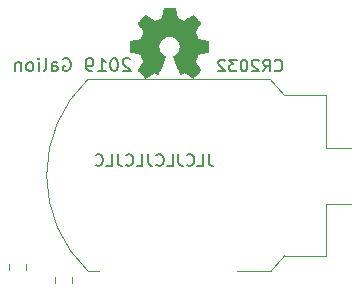
<source format=gbr>
G04 #@! TF.GenerationSoftware,KiCad,Pcbnew,5.99.0-unknown-r17001-43768b71*
G04 #@! TF.CreationDate,2019-11-05T19:13:07+01:00*
G04 #@! TF.ProjectId,ada-watch,6164612d-7761-4746-9368-2e6b69636164,rev?*
G04 #@! TF.SameCoordinates,Original*
G04 #@! TF.FileFunction,Legend,Bot*
G04 #@! TF.FilePolarity,Positive*
%FSLAX46Y46*%
G04 Gerber Fmt 4.6, Leading zero omitted, Abs format (unit mm)*
G04 Created by KiCad (PCBNEW 5.99.0-unknown-r17001-43768b71) date 2019-11-05 19:13:07*
%MOMM*%
%LPD*%
G04 APERTURE LIST*
%ADD10C,0.150000*%
%ADD11C,0.120000*%
%ADD12C,0.010000*%
G04 APERTURE END LIST*
D10*
X152320047Y-102322380D02*
X152320047Y-103036666D01*
X152367666Y-103179523D01*
X152462904Y-103274761D01*
X152605761Y-103322380D01*
X152701000Y-103322380D01*
X151367666Y-103322380D02*
X151843857Y-103322380D01*
X151843857Y-102322380D01*
X150462904Y-103227142D02*
X150510523Y-103274761D01*
X150653380Y-103322380D01*
X150748619Y-103322380D01*
X150891476Y-103274761D01*
X150986714Y-103179523D01*
X151034333Y-103084285D01*
X151081952Y-102893809D01*
X151081952Y-102750952D01*
X151034333Y-102560476D01*
X150986714Y-102465238D01*
X150891476Y-102370000D01*
X150748619Y-102322380D01*
X150653380Y-102322380D01*
X150510523Y-102370000D01*
X150462904Y-102417619D01*
X149748619Y-102322380D02*
X149748619Y-103036666D01*
X149796238Y-103179523D01*
X149891476Y-103274761D01*
X150034333Y-103322380D01*
X150129571Y-103322380D01*
X148796238Y-103322380D02*
X149272428Y-103322380D01*
X149272428Y-102322380D01*
X147891476Y-103227142D02*
X147939095Y-103274761D01*
X148081952Y-103322380D01*
X148177190Y-103322380D01*
X148320047Y-103274761D01*
X148415285Y-103179523D01*
X148462904Y-103084285D01*
X148510523Y-102893809D01*
X148510523Y-102750952D01*
X148462904Y-102560476D01*
X148415285Y-102465238D01*
X148320047Y-102370000D01*
X148177190Y-102322380D01*
X148081952Y-102322380D01*
X147939095Y-102370000D01*
X147891476Y-102417619D01*
X147177190Y-102322380D02*
X147177190Y-103036666D01*
X147224809Y-103179523D01*
X147320047Y-103274761D01*
X147462904Y-103322380D01*
X147558142Y-103322380D01*
X146224809Y-103322380D02*
X146701000Y-103322380D01*
X146701000Y-102322380D01*
X145320047Y-103227142D02*
X145367666Y-103274761D01*
X145510523Y-103322380D01*
X145605761Y-103322380D01*
X145748619Y-103274761D01*
X145843857Y-103179523D01*
X145891476Y-103084285D01*
X145939095Y-102893809D01*
X145939095Y-102750952D01*
X145891476Y-102560476D01*
X145843857Y-102465238D01*
X145748619Y-102370000D01*
X145605761Y-102322380D01*
X145510523Y-102322380D01*
X145367666Y-102370000D01*
X145320047Y-102417619D01*
X144605761Y-102322380D02*
X144605761Y-103036666D01*
X144653380Y-103179523D01*
X144748619Y-103274761D01*
X144891476Y-103322380D01*
X144986714Y-103322380D01*
X143653380Y-103322380D02*
X144129571Y-103322380D01*
X144129571Y-102322380D01*
X142748619Y-103227142D02*
X142796238Y-103274761D01*
X142939095Y-103322380D01*
X143034333Y-103322380D01*
X143177190Y-103274761D01*
X143272428Y-103179523D01*
X143320047Y-103084285D01*
X143367666Y-102893809D01*
X143367666Y-102750952D01*
X143320047Y-102560476D01*
X143272428Y-102465238D01*
X143177190Y-102370000D01*
X143034333Y-102322380D01*
X142939095Y-102322380D01*
X142796238Y-102370000D01*
X142748619Y-102417619D01*
X145677119Y-94307880D02*
X145624738Y-94255500D01*
X145519976Y-94203119D01*
X145258071Y-94203119D01*
X145153309Y-94255500D01*
X145100928Y-94307880D01*
X145048547Y-94412642D01*
X145048547Y-94517404D01*
X145100928Y-94674547D01*
X145729500Y-95303119D01*
X145048547Y-95303119D01*
X144367595Y-94203119D02*
X144262833Y-94203119D01*
X144158071Y-94255500D01*
X144105690Y-94307880D01*
X144053309Y-94412642D01*
X144000928Y-94622166D01*
X144000928Y-94884071D01*
X144053309Y-95093595D01*
X144105690Y-95198357D01*
X144158071Y-95250738D01*
X144262833Y-95303119D01*
X144367595Y-95303119D01*
X144472357Y-95250738D01*
X144524738Y-95198357D01*
X144577119Y-95093595D01*
X144629500Y-94884071D01*
X144629500Y-94622166D01*
X144577119Y-94412642D01*
X144524738Y-94307880D01*
X144472357Y-94255500D01*
X144367595Y-94203119D01*
X142953309Y-95303119D02*
X143581880Y-95303119D01*
X143267595Y-95303119D02*
X143267595Y-94203119D01*
X143372357Y-94360261D01*
X143477119Y-94465023D01*
X143581880Y-94517404D01*
X142429500Y-95303119D02*
X142219976Y-95303119D01*
X142115214Y-95250738D01*
X142062833Y-95198357D01*
X141958071Y-95041214D01*
X141905690Y-94831690D01*
X141905690Y-94412642D01*
X141958071Y-94307880D01*
X142010452Y-94255500D01*
X142115214Y-94203119D01*
X142324738Y-94203119D01*
X142429500Y-94255500D01*
X142481880Y-94307880D01*
X142534261Y-94412642D01*
X142534261Y-94674547D01*
X142481880Y-94779309D01*
X142429500Y-94831690D01*
X142324738Y-94884071D01*
X142115214Y-94884071D01*
X142010452Y-94831690D01*
X141958071Y-94779309D01*
X141905690Y-94674547D01*
X140019976Y-94255500D02*
X140124738Y-94203119D01*
X140281880Y-94203119D01*
X140439023Y-94255500D01*
X140543785Y-94360261D01*
X140596166Y-94465023D01*
X140648547Y-94674547D01*
X140648547Y-94831690D01*
X140596166Y-95041214D01*
X140543785Y-95145976D01*
X140439023Y-95250738D01*
X140281880Y-95303119D01*
X140177119Y-95303119D01*
X140019976Y-95250738D01*
X139967595Y-95198357D01*
X139967595Y-94831690D01*
X140177119Y-94831690D01*
X139024738Y-95303119D02*
X139024738Y-94726928D01*
X139077119Y-94622166D01*
X139181880Y-94569785D01*
X139391404Y-94569785D01*
X139496166Y-94622166D01*
X139024738Y-95250738D02*
X139129500Y-95303119D01*
X139391404Y-95303119D01*
X139496166Y-95250738D01*
X139548547Y-95145976D01*
X139548547Y-95041214D01*
X139496166Y-94936452D01*
X139391404Y-94884071D01*
X139129500Y-94884071D01*
X139024738Y-94831690D01*
X138343785Y-95303119D02*
X138448547Y-95250738D01*
X138500928Y-95145976D01*
X138500928Y-94203119D01*
X137924738Y-95303119D02*
X137924738Y-94569785D01*
X137924738Y-94203119D02*
X137977119Y-94255500D01*
X137924738Y-94307880D01*
X137872357Y-94255500D01*
X137924738Y-94203119D01*
X137924738Y-94307880D01*
X137243785Y-95303119D02*
X137348547Y-95250738D01*
X137400928Y-95198357D01*
X137453309Y-95093595D01*
X137453309Y-94779309D01*
X137400928Y-94674547D01*
X137348547Y-94622166D01*
X137243785Y-94569785D01*
X137086642Y-94569785D01*
X136981880Y-94622166D01*
X136929500Y-94674547D01*
X136877119Y-94779309D01*
X136877119Y-95093595D01*
X136929500Y-95198357D01*
X136981880Y-95250738D01*
X137086642Y-95303119D01*
X137243785Y-95303119D01*
X136405690Y-94569785D02*
X136405690Y-95303119D01*
X136405690Y-94674547D02*
X136353309Y-94622166D01*
X136248547Y-94569785D01*
X136091404Y-94569785D01*
X135986642Y-94622166D01*
X135934261Y-94726928D01*
X135934261Y-95303119D01*
D11*
X164350700Y-101803200D02*
X162217100Y-101803200D01*
X162217100Y-97332800D02*
X162217100Y-101803200D01*
X162217100Y-106527600D02*
X162217100Y-110947200D01*
X164350700Y-106527600D02*
X162217100Y-106527600D01*
X157594300Y-112250000D02*
G75*
G03X158749735Y-110943761I-7791673J8056269D01*
G01*
X158749735Y-110943761D02*
X162217100Y-110947200D01*
X162217100Y-97332800D02*
X158711900Y-97332800D01*
X142123729Y-112255472D02*
G75*
G02X142100300Y-95991477I7631446J8143008D01*
G01*
X157490615Y-95963391D02*
G75*
G02X158711900Y-97332800I-7725823J-8119439D01*
G01*
X142100300Y-95991477D02*
X157490616Y-95963391D01*
X142123729Y-112255472D02*
X143002000Y-112255300D01*
X157594300Y-112250000D02*
X154724100Y-112242600D01*
G36*
X149508275Y-90369431D02*
G01*
X149592095Y-90814055D01*
X150210667Y-91069051D01*
X150581707Y-90816746D01*
X150655144Y-90767006D01*
X150752499Y-90701718D01*
X150836787Y-90645954D01*
X150903631Y-90602578D01*
X150948654Y-90574453D01*
X150967478Y-90564442D01*
X150979039Y-90571561D01*
X151013596Y-90601394D01*
X151065894Y-90650352D01*
X151131500Y-90713940D01*
X151205983Y-90787663D01*
X151284913Y-90867025D01*
X151363856Y-90947531D01*
X151438384Y-91024685D01*
X151504063Y-91093993D01*
X151556463Y-91150957D01*
X151591153Y-91191084D01*
X151603701Y-91209877D01*
X151600782Y-91217951D01*
X151580571Y-91253969D01*
X151543663Y-91313244D01*
X151493050Y-91391130D01*
X151431725Y-91482981D01*
X151362679Y-91584150D01*
X151324787Y-91639326D01*
X151259606Y-91735384D01*
X151203723Y-91819217D01*
X151160117Y-91886277D01*
X151131769Y-91932019D01*
X151121657Y-91951896D01*
X151121823Y-91952997D01*
X151130743Y-91978194D01*
X151151206Y-92029647D01*
X151180360Y-92100635D01*
X151215353Y-92184435D01*
X151253332Y-92274328D01*
X151291445Y-92363591D01*
X151326839Y-92445503D01*
X151356662Y-92513343D01*
X151378061Y-92560390D01*
X151388184Y-92579922D01*
X151394174Y-92581655D01*
X151430566Y-92589469D01*
X151495427Y-92602415D01*
X151583565Y-92619479D01*
X151689787Y-92639651D01*
X151808902Y-92661918D01*
X151871683Y-92673723D01*
X151986912Y-92696248D01*
X152087662Y-92717050D01*
X152168426Y-92734935D01*
X152223698Y-92748708D01*
X152247971Y-92757174D01*
X152252331Y-92765566D01*
X152259563Y-92806572D01*
X152265246Y-92874868D01*
X152269382Y-92964029D01*
X152271977Y-93067628D01*
X152273036Y-93179240D01*
X152272561Y-93292438D01*
X152270559Y-93400796D01*
X152267033Y-93497889D01*
X152261987Y-93577290D01*
X152255427Y-93632572D01*
X152247356Y-93657310D01*
X152242458Y-93660100D01*
X152205930Y-93672069D01*
X152142565Y-93687905D01*
X152059686Y-93705874D01*
X151964618Y-93724241D01*
X151932542Y-93730091D01*
X151784393Y-93757298D01*
X151667961Y-93779163D01*
X151579209Y-93796593D01*
X151514103Y-93810496D01*
X151468606Y-93821777D01*
X151438682Y-93831343D01*
X151420294Y-93840101D01*
X151409407Y-93848957D01*
X151408142Y-93850443D01*
X151390338Y-93881431D01*
X151363994Y-93938134D01*
X151331661Y-94013899D01*
X151295893Y-94102074D01*
X151259244Y-94196007D01*
X151224266Y-94289047D01*
X151193513Y-94374541D01*
X151169538Y-94445836D01*
X151154895Y-94496282D01*
X151152136Y-94519226D01*
X151153981Y-94522203D01*
X151173075Y-94550993D01*
X151208984Y-94604095D01*
X151258378Y-94676617D01*
X151317927Y-94763667D01*
X151384303Y-94860354D01*
X151402520Y-94886956D01*
X151466577Y-94982375D01*
X151521937Y-95067712D01*
X151565439Y-95137905D01*
X151593924Y-95187894D01*
X151604232Y-95212616D01*
X151602011Y-95219116D01*
X151578858Y-95251144D01*
X151533177Y-95303445D01*
X151468241Y-95372499D01*
X151387319Y-95454786D01*
X151293685Y-95546786D01*
X151240165Y-95598281D01*
X151155542Y-95678483D01*
X151081475Y-95747178D01*
X151021941Y-95800752D01*
X150980917Y-95835585D01*
X150962381Y-95848063D01*
X150949646Y-95843438D01*
X150910436Y-95821557D01*
X150853495Y-95785773D01*
X150786250Y-95740617D01*
X150738438Y-95707665D01*
X150642985Y-95642227D01*
X150541125Y-95572728D01*
X150448088Y-95509575D01*
X150265832Y-95386300D01*
X150112841Y-95469020D01*
X150076817Y-95488113D01*
X150011303Y-95520772D01*
X149960640Y-95543319D01*
X149933564Y-95551726D01*
X149924703Y-95540930D01*
X149902699Y-95499823D01*
X149870199Y-95432049D01*
X149829010Y-95341909D01*
X149780942Y-95233705D01*
X149727802Y-95111737D01*
X149671399Y-94980308D01*
X149613542Y-94843718D01*
X149556038Y-94706267D01*
X149500697Y-94572258D01*
X149449326Y-94445991D01*
X149403735Y-94331768D01*
X149365732Y-94233890D01*
X149337124Y-94156657D01*
X149319721Y-94104371D01*
X149315331Y-94081333D01*
X149315628Y-94080660D01*
X149336077Y-94059363D01*
X149378850Y-94026008D01*
X149435117Y-93987511D01*
X149452877Y-93975756D01*
X149588014Y-93864235D01*
X149699856Y-93731406D01*
X149785755Y-93582798D01*
X149843062Y-93423940D01*
X149869131Y-93260360D01*
X149861313Y-93097588D01*
X149829644Y-92952815D01*
X149772782Y-92806624D01*
X149689888Y-92676203D01*
X149576131Y-92552313D01*
X149531433Y-92512735D01*
X149386935Y-92415223D01*
X149230838Y-92349550D01*
X149067667Y-92315130D01*
X148901943Y-92311374D01*
X148738192Y-92337694D01*
X148580936Y-92393503D01*
X148434698Y-92478214D01*
X148304004Y-92591237D01*
X148193374Y-92731987D01*
X148172105Y-92766842D01*
X148099810Y-92926155D01*
X148061415Y-93092052D01*
X148055914Y-93260237D01*
X148082301Y-93426413D01*
X148139570Y-93586284D01*
X148226717Y-93735553D01*
X148342736Y-93869923D01*
X148486622Y-93985099D01*
X148491294Y-93988202D01*
X148546964Y-94027433D01*
X148588689Y-94060786D01*
X148607746Y-94081333D01*
X148605342Y-94097441D01*
X148590391Y-94144344D01*
X148563881Y-94217039D01*
X148527620Y-94311225D01*
X148483416Y-94422598D01*
X148433076Y-94546858D01*
X148378407Y-94679702D01*
X148321218Y-94816827D01*
X148263316Y-94953932D01*
X148206510Y-95086715D01*
X148152606Y-95210874D01*
X148103412Y-95322106D01*
X148060737Y-95416109D01*
X148026387Y-95488582D01*
X148002171Y-95535222D01*
X147989897Y-95551726D01*
X147979689Y-95549491D01*
X147939586Y-95533426D01*
X147880318Y-95505259D01*
X147810619Y-95469020D01*
X147657629Y-95386300D01*
X147475373Y-95509575D01*
X147421527Y-95546079D01*
X147321374Y-95614284D01*
X147221525Y-95682598D01*
X147137211Y-95740617D01*
X147090679Y-95772236D01*
X147030200Y-95811520D01*
X146985357Y-95838412D01*
X146963455Y-95848383D01*
X146954045Y-95844150D01*
X146920031Y-95818221D01*
X146867595Y-95772570D01*
X146801301Y-95711686D01*
X146725713Y-95640061D01*
X146645396Y-95562183D01*
X146564913Y-95482545D01*
X146488829Y-95405635D01*
X146421707Y-95335945D01*
X146368112Y-95277964D01*
X146332608Y-95236184D01*
X146319759Y-95215093D01*
X146320500Y-95211081D01*
X146335793Y-95178420D01*
X146368462Y-95121912D01*
X146415350Y-95046663D01*
X146473301Y-94957775D01*
X146539157Y-94860354D01*
X146557627Y-94833482D01*
X146622482Y-94738923D01*
X146679609Y-94655327D01*
X146725678Y-94587584D01*
X146757359Y-94540586D01*
X146771324Y-94519226D01*
X146771668Y-94518311D01*
X146767546Y-94492178D01*
X146751807Y-94439240D01*
X146727004Y-94366147D01*
X146695689Y-94279552D01*
X146660417Y-94186108D01*
X146623740Y-94092465D01*
X146588212Y-94005277D01*
X146556386Y-93931195D01*
X146530816Y-93876871D01*
X146514053Y-93848957D01*
X146512374Y-93847224D01*
X146500372Y-93838456D01*
X146480103Y-93829615D01*
X146447529Y-93819792D01*
X146398616Y-93808083D01*
X146329327Y-93793580D01*
X146235625Y-93775376D01*
X146113476Y-93752566D01*
X145958842Y-93724241D01*
X145926770Y-93718280D01*
X145834893Y-93699852D01*
X145757607Y-93682392D01*
X145702236Y-93667633D01*
X145676105Y-93657310D01*
X145671733Y-93648697D01*
X145664445Y-93607326D01*
X145658669Y-93538741D01*
X145654410Y-93449368D01*
X145651673Y-93345635D01*
X145650462Y-93233965D01*
X145650782Y-93120787D01*
X145652636Y-93012526D01*
X145656030Y-92915608D01*
X145660967Y-92836459D01*
X145667452Y-92781506D01*
X145675489Y-92757174D01*
X145683696Y-92753579D01*
X145724519Y-92742248D01*
X145793524Y-92726222D01*
X145885203Y-92706695D01*
X145994050Y-92684862D01*
X146114558Y-92661918D01*
X146180357Y-92649659D01*
X146293135Y-92628401D01*
X146390207Y-92609787D01*
X146466382Y-92594828D01*
X146516469Y-92584536D01*
X146535276Y-92579922D01*
X146535983Y-92578971D01*
X146547961Y-92554810D01*
X146570794Y-92504194D01*
X146601630Y-92433838D01*
X146637613Y-92350458D01*
X146675891Y-92260770D01*
X146713609Y-92171489D01*
X146747913Y-92089332D01*
X146775949Y-92021013D01*
X146794864Y-91973248D01*
X146801803Y-91952754D01*
X146798742Y-91945543D01*
X146778372Y-91911228D01*
X146741422Y-91853470D01*
X146690860Y-91776799D01*
X146629657Y-91685748D01*
X146560781Y-91584850D01*
X146522994Y-91529593D01*
X146457782Y-91432715D01*
X146401871Y-91347693D01*
X146358241Y-91279162D01*
X146329877Y-91231760D01*
X146319759Y-91210123D01*
X146326790Y-91198387D01*
X146356197Y-91163318D01*
X146404441Y-91110245D01*
X146467093Y-91043664D01*
X146539725Y-90968074D01*
X146617908Y-90887972D01*
X146697214Y-90807854D01*
X146773213Y-90732218D01*
X146841478Y-90665562D01*
X146897580Y-90612382D01*
X146937090Y-90577176D01*
X146955579Y-90564442D01*
X146965843Y-90569393D01*
X147003530Y-90592357D01*
X147064348Y-90631438D01*
X147143913Y-90683772D01*
X147237843Y-90746496D01*
X147341754Y-90816746D01*
X147712794Y-91069051D01*
X148022080Y-90941553D01*
X148331365Y-90814055D01*
X148415186Y-90369431D01*
X148499006Y-89924807D01*
X149424454Y-89924807D01*
X149508275Y-90369431D01*
G37*
D12*
X149508275Y-90369431D02*
X149592095Y-90814055D01*
X150210667Y-91069051D01*
X150581707Y-90816746D01*
X150655144Y-90767006D01*
X150752499Y-90701718D01*
X150836787Y-90645954D01*
X150903631Y-90602578D01*
X150948654Y-90574453D01*
X150967478Y-90564442D01*
X150979039Y-90571561D01*
X151013596Y-90601394D01*
X151065894Y-90650352D01*
X151131500Y-90713940D01*
X151205983Y-90787663D01*
X151284913Y-90867025D01*
X151363856Y-90947531D01*
X151438384Y-91024685D01*
X151504063Y-91093993D01*
X151556463Y-91150957D01*
X151591153Y-91191084D01*
X151603701Y-91209877D01*
X151600782Y-91217951D01*
X151580571Y-91253969D01*
X151543663Y-91313244D01*
X151493050Y-91391130D01*
X151431725Y-91482981D01*
X151362679Y-91584150D01*
X151324787Y-91639326D01*
X151259606Y-91735384D01*
X151203723Y-91819217D01*
X151160117Y-91886277D01*
X151131769Y-91932019D01*
X151121657Y-91951896D01*
X151121823Y-91952997D01*
X151130743Y-91978194D01*
X151151206Y-92029647D01*
X151180360Y-92100635D01*
X151215353Y-92184435D01*
X151253332Y-92274328D01*
X151291445Y-92363591D01*
X151326839Y-92445503D01*
X151356662Y-92513343D01*
X151378061Y-92560390D01*
X151388184Y-92579922D01*
X151394174Y-92581655D01*
X151430566Y-92589469D01*
X151495427Y-92602415D01*
X151583565Y-92619479D01*
X151689787Y-92639651D01*
X151808902Y-92661918D01*
X151871683Y-92673723D01*
X151986912Y-92696248D01*
X152087662Y-92717050D01*
X152168426Y-92734935D01*
X152223698Y-92748708D01*
X152247971Y-92757174D01*
X152252331Y-92765566D01*
X152259563Y-92806572D01*
X152265246Y-92874868D01*
X152269382Y-92964029D01*
X152271977Y-93067628D01*
X152273036Y-93179240D01*
X152272561Y-93292438D01*
X152270559Y-93400796D01*
X152267033Y-93497889D01*
X152261987Y-93577290D01*
X152255427Y-93632572D01*
X152247356Y-93657310D01*
X152242458Y-93660100D01*
X152205930Y-93672069D01*
X152142565Y-93687905D01*
X152059686Y-93705874D01*
X151964618Y-93724241D01*
X151932542Y-93730091D01*
X151784393Y-93757298D01*
X151667961Y-93779163D01*
X151579209Y-93796593D01*
X151514103Y-93810496D01*
X151468606Y-93821777D01*
X151438682Y-93831343D01*
X151420294Y-93840101D01*
X151409407Y-93848957D01*
X151408142Y-93850443D01*
X151390338Y-93881431D01*
X151363994Y-93938134D01*
X151331661Y-94013899D01*
X151295893Y-94102074D01*
X151259244Y-94196007D01*
X151224266Y-94289047D01*
X151193513Y-94374541D01*
X151169538Y-94445836D01*
X151154895Y-94496282D01*
X151152136Y-94519226D01*
X151153981Y-94522203D01*
X151173075Y-94550993D01*
X151208984Y-94604095D01*
X151258378Y-94676617D01*
X151317927Y-94763667D01*
X151384303Y-94860354D01*
X151402520Y-94886956D01*
X151466577Y-94982375D01*
X151521937Y-95067712D01*
X151565439Y-95137905D01*
X151593924Y-95187894D01*
X151604232Y-95212616D01*
X151602011Y-95219116D01*
X151578858Y-95251144D01*
X151533177Y-95303445D01*
X151468241Y-95372499D01*
X151387319Y-95454786D01*
X151293685Y-95546786D01*
X151240165Y-95598281D01*
X151155542Y-95678483D01*
X151081475Y-95747178D01*
X151021941Y-95800752D01*
X150980917Y-95835585D01*
X150962381Y-95848063D01*
X150949646Y-95843438D01*
X150910436Y-95821557D01*
X150853495Y-95785773D01*
X150786250Y-95740617D01*
X150738438Y-95707665D01*
X150642985Y-95642227D01*
X150541125Y-95572728D01*
X150448088Y-95509575D01*
X150265832Y-95386300D01*
X150112841Y-95469020D01*
X150076817Y-95488113D01*
X150011303Y-95520772D01*
X149960640Y-95543319D01*
X149933564Y-95551726D01*
X149924703Y-95540930D01*
X149902699Y-95499823D01*
X149870199Y-95432049D01*
X149829010Y-95341909D01*
X149780942Y-95233705D01*
X149727802Y-95111737D01*
X149671399Y-94980308D01*
X149613542Y-94843718D01*
X149556038Y-94706267D01*
X149500697Y-94572258D01*
X149449326Y-94445991D01*
X149403735Y-94331768D01*
X149365732Y-94233890D01*
X149337124Y-94156657D01*
X149319721Y-94104371D01*
X149315331Y-94081333D01*
X149315628Y-94080660D01*
X149336077Y-94059363D01*
X149378850Y-94026008D01*
X149435117Y-93987511D01*
X149452877Y-93975756D01*
X149588014Y-93864235D01*
X149699856Y-93731406D01*
X149785755Y-93582798D01*
X149843062Y-93423940D01*
X149869131Y-93260360D01*
X149861313Y-93097588D01*
X149829644Y-92952815D01*
X149772782Y-92806624D01*
X149689888Y-92676203D01*
X149576131Y-92552313D01*
X149531433Y-92512735D01*
X149386935Y-92415223D01*
X149230838Y-92349550D01*
X149067667Y-92315130D01*
X148901943Y-92311374D01*
X148738192Y-92337694D01*
X148580936Y-92393503D01*
X148434698Y-92478214D01*
X148304004Y-92591237D01*
X148193374Y-92731987D01*
X148172105Y-92766842D01*
X148099810Y-92926155D01*
X148061415Y-93092052D01*
X148055914Y-93260237D01*
X148082301Y-93426413D01*
X148139570Y-93586284D01*
X148226717Y-93735553D01*
X148342736Y-93869923D01*
X148486622Y-93985099D01*
X148491294Y-93988202D01*
X148546964Y-94027433D01*
X148588689Y-94060786D01*
X148607746Y-94081333D01*
X148605342Y-94097441D01*
X148590391Y-94144344D01*
X148563881Y-94217039D01*
X148527620Y-94311225D01*
X148483416Y-94422598D01*
X148433076Y-94546858D01*
X148378407Y-94679702D01*
X148321218Y-94816827D01*
X148263316Y-94953932D01*
X148206510Y-95086715D01*
X148152606Y-95210874D01*
X148103412Y-95322106D01*
X148060737Y-95416109D01*
X148026387Y-95488582D01*
X148002171Y-95535222D01*
X147989897Y-95551726D01*
X147979689Y-95549491D01*
X147939586Y-95533426D01*
X147880318Y-95505259D01*
X147810619Y-95469020D01*
X147657629Y-95386300D01*
X147475373Y-95509575D01*
X147421527Y-95546079D01*
X147321374Y-95614284D01*
X147221525Y-95682598D01*
X147137211Y-95740617D01*
X147090679Y-95772236D01*
X147030200Y-95811520D01*
X146985357Y-95838412D01*
X146963455Y-95848383D01*
X146954045Y-95844150D01*
X146920031Y-95818221D01*
X146867595Y-95772570D01*
X146801301Y-95711686D01*
X146725713Y-95640061D01*
X146645396Y-95562183D01*
X146564913Y-95482545D01*
X146488829Y-95405635D01*
X146421707Y-95335945D01*
X146368112Y-95277964D01*
X146332608Y-95236184D01*
X146319759Y-95215093D01*
X146320500Y-95211081D01*
X146335793Y-95178420D01*
X146368462Y-95121912D01*
X146415350Y-95046663D01*
X146473301Y-94957775D01*
X146539157Y-94860354D01*
X146557627Y-94833482D01*
X146622482Y-94738923D01*
X146679609Y-94655327D01*
X146725678Y-94587584D01*
X146757359Y-94540586D01*
X146771324Y-94519226D01*
X146771668Y-94518311D01*
X146767546Y-94492178D01*
X146751807Y-94439240D01*
X146727004Y-94366147D01*
X146695689Y-94279552D01*
X146660417Y-94186108D01*
X146623740Y-94092465D01*
X146588212Y-94005277D01*
X146556386Y-93931195D01*
X146530816Y-93876871D01*
X146514053Y-93848957D01*
X146512374Y-93847224D01*
X146500372Y-93838456D01*
X146480103Y-93829615D01*
X146447529Y-93819792D01*
X146398616Y-93808083D01*
X146329327Y-93793580D01*
X146235625Y-93775376D01*
X146113476Y-93752566D01*
X145958842Y-93724241D01*
X145926770Y-93718280D01*
X145834893Y-93699852D01*
X145757607Y-93682392D01*
X145702236Y-93667633D01*
X145676105Y-93657310D01*
X145671733Y-93648697D01*
X145664445Y-93607326D01*
X145658669Y-93538741D01*
X145654410Y-93449368D01*
X145651673Y-93345635D01*
X145650462Y-93233965D01*
X145650782Y-93120787D01*
X145652636Y-93012526D01*
X145656030Y-92915608D01*
X145660967Y-92836459D01*
X145667452Y-92781506D01*
X145675489Y-92757174D01*
X145683696Y-92753579D01*
X145724519Y-92742248D01*
X145793524Y-92726222D01*
X145885203Y-92706695D01*
X145994050Y-92684862D01*
X146114558Y-92661918D01*
X146180357Y-92649659D01*
X146293135Y-92628401D01*
X146390207Y-92609787D01*
X146466382Y-92594828D01*
X146516469Y-92584536D01*
X146535276Y-92579922D01*
X146535983Y-92578971D01*
X146547961Y-92554810D01*
X146570794Y-92504194D01*
X146601630Y-92433838D01*
X146637613Y-92350458D01*
X146675891Y-92260770D01*
X146713609Y-92171489D01*
X146747913Y-92089332D01*
X146775949Y-92021013D01*
X146794864Y-91973248D01*
X146801803Y-91952754D01*
X146798742Y-91945543D01*
X146778372Y-91911228D01*
X146741422Y-91853470D01*
X146690860Y-91776799D01*
X146629657Y-91685748D01*
X146560781Y-91584850D01*
X146522994Y-91529593D01*
X146457782Y-91432715D01*
X146401871Y-91347693D01*
X146358241Y-91279162D01*
X146329877Y-91231760D01*
X146319759Y-91210123D01*
X146326790Y-91198387D01*
X146356197Y-91163318D01*
X146404441Y-91110245D01*
X146467093Y-91043664D01*
X146539725Y-90968074D01*
X146617908Y-90887972D01*
X146697214Y-90807854D01*
X146773213Y-90732218D01*
X146841478Y-90665562D01*
X146897580Y-90612382D01*
X146937090Y-90577176D01*
X146955579Y-90564442D01*
X146965843Y-90569393D01*
X147003530Y-90592357D01*
X147064348Y-90631438D01*
X147143913Y-90683772D01*
X147237843Y-90746496D01*
X147341754Y-90816746D01*
X147712794Y-91069051D01*
X148022080Y-90941553D01*
X148331365Y-90814055D01*
X148415186Y-90369431D01*
X148499006Y-89924807D01*
X149424454Y-89924807D01*
X149508275Y-90369431D01*
D11*
X139307500Y-112756422D02*
X139307500Y-113273578D01*
X140727500Y-112756422D02*
X140727500Y-113273578D01*
X135434000Y-111628422D02*
X135434000Y-112145578D01*
X136854000Y-111628422D02*
X136854000Y-112145578D01*
D10*
X157924238Y-95226142D02*
X157971857Y-95273761D01*
X158114714Y-95321380D01*
X158209952Y-95321380D01*
X158352809Y-95273761D01*
X158448047Y-95178523D01*
X158495666Y-95083285D01*
X158543285Y-94892809D01*
X158543285Y-94749952D01*
X158495666Y-94559476D01*
X158448047Y-94464238D01*
X158352809Y-94369000D01*
X158209952Y-94321380D01*
X158114714Y-94321380D01*
X157971857Y-94369000D01*
X157924238Y-94416619D01*
X156924238Y-95321380D02*
X157257571Y-94845190D01*
X157495666Y-95321380D02*
X157495666Y-94321380D01*
X157114714Y-94321380D01*
X157019476Y-94369000D01*
X156971857Y-94416619D01*
X156924238Y-94511857D01*
X156924238Y-94654714D01*
X156971857Y-94749952D01*
X157019476Y-94797571D01*
X157114714Y-94845190D01*
X157495666Y-94845190D01*
X156543285Y-94416619D02*
X156495666Y-94369000D01*
X156400428Y-94321380D01*
X156162333Y-94321380D01*
X156067095Y-94369000D01*
X156019476Y-94416619D01*
X155971857Y-94511857D01*
X155971857Y-94607095D01*
X156019476Y-94749952D01*
X156590904Y-95321380D01*
X155971857Y-95321380D01*
X155352809Y-94321380D02*
X155257571Y-94321380D01*
X155162333Y-94369000D01*
X155114714Y-94416619D01*
X155067095Y-94511857D01*
X155019476Y-94702333D01*
X155019476Y-94940428D01*
X155067095Y-95130904D01*
X155114714Y-95226142D01*
X155162333Y-95273761D01*
X155257571Y-95321380D01*
X155352809Y-95321380D01*
X155448047Y-95273761D01*
X155495666Y-95226142D01*
X155543285Y-95130904D01*
X155590904Y-94940428D01*
X155590904Y-94702333D01*
X155543285Y-94511857D01*
X155495666Y-94416619D01*
X155448047Y-94369000D01*
X155352809Y-94321380D01*
X154686142Y-94321380D02*
X154067095Y-94321380D01*
X154400428Y-94702333D01*
X154257571Y-94702333D01*
X154162333Y-94749952D01*
X154114714Y-94797571D01*
X154067095Y-94892809D01*
X154067095Y-95130904D01*
X154114714Y-95226142D01*
X154162333Y-95273761D01*
X154257571Y-95321380D01*
X154543285Y-95321380D01*
X154638523Y-95273761D01*
X154686142Y-95226142D01*
X153686142Y-94416619D02*
X153638523Y-94369000D01*
X153543285Y-94321380D01*
X153305190Y-94321380D01*
X153209952Y-94369000D01*
X153162333Y-94416619D01*
X153114714Y-94511857D01*
X153114714Y-94607095D01*
X153162333Y-94749952D01*
X153733761Y-95321380D01*
X153114714Y-95321380D01*
M02*

</source>
